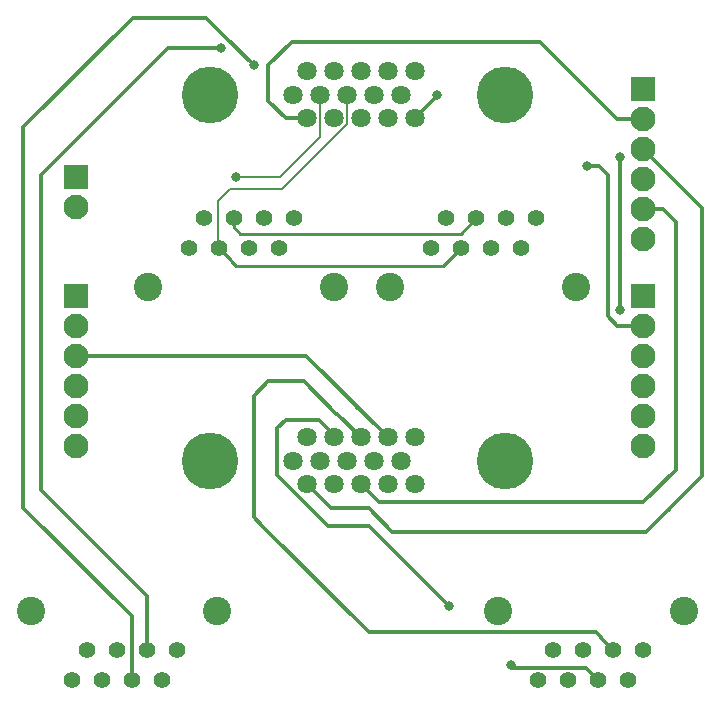
<source format=gbr>
%TF.GenerationSoftware,KiCad,Pcbnew,(5.1.7)-1*%
%TF.CreationDate,2021-02-10T20:21:02+01:00*%
%TF.ProjectId,ad57_adapter,61643537-5f61-4646-9170-7465722e6b69,rev?*%
%TF.SameCoordinates,Original*%
%TF.FileFunction,Copper,L4,Bot*%
%TF.FilePolarity,Positive*%
%FSLAX46Y46*%
G04 Gerber Fmt 4.6, Leading zero omitted, Abs format (unit mm)*
G04 Created by KiCad (PCBNEW (5.1.7)-1) date 2021-02-10 20:21:02*
%MOMM*%
%LPD*%
G01*
G04 APERTURE LIST*
%TA.AperFunction,ComponentPad*%
%ADD10R,2.100000X2.100000*%
%TD*%
%TA.AperFunction,ComponentPad*%
%ADD11C,2.100000*%
%TD*%
%TA.AperFunction,ComponentPad*%
%ADD12C,4.801000*%
%TD*%
%TA.AperFunction,ComponentPad*%
%ADD13C,1.638000*%
%TD*%
%TA.AperFunction,ComponentPad*%
%ADD14C,2.400000*%
%TD*%
%TA.AperFunction,ComponentPad*%
%ADD15C,1.400000*%
%TD*%
%TA.AperFunction,ViaPad*%
%ADD16C,0.800000*%
%TD*%
%TA.AperFunction,Conductor*%
%ADD17C,0.300000*%
%TD*%
%TA.AperFunction,Conductor*%
%ADD18C,0.250000*%
%TD*%
%TA.AperFunction,Conductor*%
%ADD19C,0.200000*%
%TD*%
G04 APERTURE END LIST*
D10*
%TO.P,J1,1*%
%TO.N,VIN*%
X130500000Y-78000000D03*
D11*
%TO.P,J1,2*%
%TO.N,GND*%
X130500000Y-80540000D03*
%TD*%
D10*
%TO.P,J3,1*%
%TO.N,VIN*%
X178500000Y-70500000D03*
D11*
%TO.P,J3,2*%
%TO.N,USENS1*%
X178500000Y-73040000D03*
%TO.P,J3,3*%
%TO.N,USENS2*%
X178500000Y-75580000D03*
%TO.P,J3,4*%
%TO.N,DIN1*%
X178500000Y-78120000D03*
%TO.P,J3,5*%
%TO.N,DIN2*%
X178500000Y-80660000D03*
%TO.P,J3,6*%
%TO.N,GND*%
X178500000Y-83200000D03*
%TD*%
%TO.P,J4,6*%
%TO.N,GND*%
X178500000Y-100700000D03*
%TO.P,J4,5*%
%TO.N,DOUT4*%
X178500000Y-98160000D03*
%TO.P,J4,4*%
%TO.N,DOUT3*%
X178500000Y-95620000D03*
%TO.P,J4,3*%
%TO.N,DOUT2*%
X178500000Y-93080000D03*
%TO.P,J4,2*%
%TO.N,DOUT1*%
X178500000Y-90540000D03*
D10*
%TO.P,J4,1*%
%TO.N,VIN*%
X178500000Y-88000000D03*
%TD*%
D12*
%TO.P,J5,MH2*%
%TO.N,GND*%
X166815000Y-101981000D03*
%TO.P,J5,MH1*%
X141821000Y-101981000D03*
D13*
%TO.P,J5,15*%
%TO.N,BZZOUT2*%
X159144000Y-103962000D03*
%TO.P,J5,14*%
%TO.N,GND*%
X156858000Y-103962000D03*
%TO.P,J5,13*%
%TO.N,DIN2*%
X154572000Y-103962000D03*
%TO.P,J5,12*%
%TO.N,Net-(J5-Pad12)*%
X152286000Y-103962000D03*
%TO.P,J5,11*%
%TO.N,USENS2*%
X150000000Y-103962000D03*
%TO.P,J5,10*%
%TO.N,DOUT4*%
X158001000Y-101981000D03*
%TO.P,J5,9*%
%TO.N,DOUT3*%
X155715000Y-101981000D03*
%TO.P,J5,8*%
%TO.N,Net-(J5-Pad8)*%
X153429000Y-101981000D03*
%TO.P,J5,7*%
%TO.N,Net-(J5-Pad7)*%
X151143000Y-101981000D03*
%TO.P,J5,6*%
%TO.N,VIN*%
X148857000Y-101981000D03*
%TO.P,J5,5*%
%TO.N,GND*%
X159144000Y-100000000D03*
%TO.P,J5,4*%
%TO.N,EN2*%
X156858000Y-100000000D03*
%TO.P,J5,3*%
%TO.N,TXD2*%
X154572000Y-100000000D03*
%TO.P,J5,2*%
%TO.N,RXD2*%
X152286000Y-100000000D03*
%TO.P,J5,1*%
%TO.N,VIN*%
X150000000Y-100000000D03*
%TD*%
%TO.P,J6,1*%
%TO.N,VIN*%
X150000000Y-69000000D03*
%TO.P,J6,2*%
%TO.N,RXD1*%
X152286000Y-69000000D03*
%TO.P,J6,3*%
%TO.N,TXD1*%
X154572000Y-69000000D03*
%TO.P,J6,4*%
%TO.N,EN1*%
X156858000Y-69000000D03*
%TO.P,J6,5*%
%TO.N,GND*%
X159144000Y-69000000D03*
%TO.P,J6,6*%
%TO.N,VIN*%
X148857000Y-70981000D03*
%TO.P,J6,7*%
%TO.N,CANLO*%
X151143000Y-70981000D03*
%TO.P,J6,8*%
%TO.N,CANHI*%
X153429000Y-70981000D03*
%TO.P,J6,9*%
%TO.N,DOUT1*%
X155715000Y-70981000D03*
%TO.P,J6,10*%
%TO.N,DOUT2*%
X158001000Y-70981000D03*
%TO.P,J6,11*%
%TO.N,USENS1*%
X150000000Y-72962000D03*
%TO.P,J6,12*%
%TO.N,CANTERM*%
X152286000Y-72962000D03*
%TO.P,J6,13*%
%TO.N,DIN1*%
X154572000Y-72962000D03*
%TO.P,J6,14*%
%TO.N,GND*%
X156858000Y-72962000D03*
%TO.P,J6,15*%
%TO.N,BZZOUT1*%
X159144000Y-72962000D03*
D12*
%TO.P,J6,MH1*%
%TO.N,GND*%
X141821000Y-70981000D03*
%TO.P,J6,MH2*%
X166815000Y-70981000D03*
%TD*%
D14*
%TO.P,J7,MH2*%
%TO.N,GND*%
X126680000Y-114700000D03*
%TO.P,J7,MH1*%
X142430000Y-114700000D03*
D15*
%TO.P,J7,8*%
%TO.N,VIN*%
X130110000Y-120540000D03*
%TO.P,J7,7*%
X131380000Y-118000000D03*
%TO.P,J7,6*%
%TO.N,Net-(J7-Pad6)*%
X132650000Y-120540000D03*
%TO.P,J7,5*%
%TO.N,Net-(J7-Pad5)*%
X133920000Y-118000000D03*
%TO.P,J7,4*%
%TO.N,RXD1*%
X135190000Y-120540000D03*
%TO.P,J7,3*%
%TO.N,TXD1*%
X136460000Y-118000000D03*
%TO.P,J7,2*%
%TO.N,GND*%
X137730000Y-120540000D03*
%TO.P,J7,1*%
X139000000Y-118000000D03*
%TD*%
D10*
%TO.P,J8,1*%
%TO.N,VIN*%
X130500000Y-88000000D03*
D11*
%TO.P,J8,2*%
%TO.N,EN1*%
X130500000Y-90540000D03*
%TO.P,J8,3*%
%TO.N,EN2*%
X130500000Y-93080000D03*
%TO.P,J8,4*%
%TO.N,BZZOUT1*%
X130500000Y-95620000D03*
%TO.P,J8,5*%
%TO.N,BZZOUT2*%
X130500000Y-98160000D03*
%TO.P,J8,6*%
%TO.N,GND*%
X130500000Y-100700000D03*
%TD*%
D14*
%TO.P,J9,MH2*%
%TO.N,GND*%
X152320000Y-87300000D03*
%TO.P,J9,MH1*%
X136570000Y-87300000D03*
D15*
%TO.P,J9,8*%
%TO.N,VIN*%
X148890000Y-81460000D03*
%TO.P,J9,7*%
X147620000Y-84000000D03*
%TO.P,J9,6*%
%TO.N,Net-(J9-Pad6)*%
X146350000Y-81460000D03*
%TO.P,J9,5*%
%TO.N,GND*%
X145080000Y-84000000D03*
%TO.P,J9,4*%
%TO.N,CANLO*%
X143810000Y-81460000D03*
%TO.P,J9,3*%
%TO.N,CANHI*%
X142540000Y-84000000D03*
%TO.P,J9,2*%
%TO.N,GND*%
X141270000Y-81460000D03*
%TO.P,J9,1*%
X140000000Y-84000000D03*
%TD*%
%TO.P,J10,1*%
%TO.N,GND*%
X178500000Y-118000000D03*
%TO.P,J10,2*%
X177230000Y-120540000D03*
%TO.P,J10,3*%
%TO.N,TXD2*%
X175960000Y-118000000D03*
%TO.P,J10,4*%
%TO.N,RXD2*%
X174690000Y-120540000D03*
%TO.P,J10,5*%
%TO.N,Net-(J10-Pad5)*%
X173420000Y-118000000D03*
%TO.P,J10,6*%
%TO.N,Net-(J10-Pad6)*%
X172150000Y-120540000D03*
%TO.P,J10,7*%
%TO.N,VIN*%
X170880000Y-118000000D03*
%TO.P,J10,8*%
X169610000Y-120540000D03*
D14*
%TO.P,J10,MH1*%
%TO.N,GND*%
X181930000Y-114700000D03*
%TO.P,J10,MH2*%
X166180000Y-114700000D03*
%TD*%
D15*
%TO.P,J11,1*%
%TO.N,GND*%
X160500000Y-84000000D03*
%TO.P,J11,2*%
X161770000Y-81460000D03*
%TO.P,J11,3*%
%TO.N,CANHI*%
X163040000Y-84000000D03*
%TO.P,J11,4*%
%TO.N,CANLO*%
X164310000Y-81460000D03*
%TO.P,J11,5*%
%TO.N,GND*%
X165580000Y-84000000D03*
%TO.P,J11,6*%
%TO.N,Net-(J11-Pad6)*%
X166850000Y-81460000D03*
%TO.P,J11,7*%
%TO.N,VIN*%
X168120000Y-84000000D03*
%TO.P,J11,8*%
X169390000Y-81460000D03*
D14*
%TO.P,J11,MH1*%
%TO.N,GND*%
X157070000Y-87300000D03*
%TO.P,J11,MH2*%
X172820000Y-87300000D03*
%TD*%
D16*
%TO.N,DOUT2*%
X176500000Y-89250000D03*
X176500000Y-76250000D03*
%TO.N,DOUT1*%
X173750000Y-77000000D03*
%TO.N,RXD2*%
X162000000Y-114250000D03*
X167250000Y-119250000D03*
%TO.N,RXD1*%
X145500000Y-68500000D03*
%TO.N,TXD1*%
X142750000Y-67000000D03*
%TO.N,CANLO*%
X144000000Y-78000000D03*
%TO.N,BZZOUT1*%
X161000000Y-71000000D03*
%TD*%
D17*
%TO.N,USENS1*%
X150000000Y-72962000D02*
X148212000Y-72962000D01*
X148212000Y-72962000D02*
X146750000Y-71500000D01*
X146750000Y-71500000D02*
X146750000Y-68500000D01*
X146750000Y-68500000D02*
X148750000Y-66500000D01*
X148750000Y-66500000D02*
X169750000Y-66500000D01*
X176290000Y-73040000D02*
X178500000Y-73040000D01*
X169750000Y-66500000D02*
X176290000Y-73040000D01*
%TO.N,USENS2*%
X183500000Y-80580000D02*
X178500000Y-75580000D01*
X183500000Y-103250000D02*
X183500000Y-80580000D01*
X155250010Y-106000010D02*
X157250000Y-108000000D01*
X152038010Y-106000010D02*
X155250010Y-106000010D01*
X150000000Y-103962000D02*
X152038010Y-106000010D01*
X178750000Y-108000000D02*
X180750000Y-106000000D01*
X157250000Y-108000000D02*
X178750000Y-108000000D01*
X180750000Y-106000000D02*
X183500000Y-103250000D01*
X180624990Y-106125010D02*
X180750000Y-106000000D01*
%TO.N,DIN2*%
X180160000Y-80660000D02*
X178500000Y-80660000D01*
X181250000Y-81750000D02*
X180160000Y-80660000D01*
X181250000Y-102750000D02*
X181250000Y-81750000D01*
X178500000Y-105500000D02*
X181250000Y-102750000D01*
X156110000Y-105500000D02*
X178500000Y-105500000D01*
X154572000Y-103962000D02*
X156110000Y-105500000D01*
%TO.N,DOUT2*%
X176500000Y-77500000D02*
X176500000Y-89250000D01*
X176500000Y-76250000D02*
X176500000Y-77500000D01*
%TO.N,DOUT1*%
X173750000Y-77000000D02*
X174750000Y-77000000D01*
X174750000Y-77000000D02*
X175500000Y-77750000D01*
X175500000Y-77750000D02*
X175500000Y-89750000D01*
X176290000Y-90540000D02*
X178500000Y-90540000D01*
X175500000Y-89750000D02*
X176290000Y-90540000D01*
%TO.N,EN2*%
X154357990Y-97499990D02*
X154249990Y-97499990D01*
X149938000Y-93080000D02*
X156858000Y-100000000D01*
X130500000Y-93080000D02*
X149938000Y-93080000D01*
%TO.N,TXD2*%
X174909999Y-116949999D02*
X175960000Y-118000000D01*
X174909999Y-116909999D02*
X174909999Y-116949999D01*
X174500000Y-116500000D02*
X174909999Y-116909999D01*
X155250000Y-116500000D02*
X174500000Y-116500000D01*
X146250000Y-107500000D02*
X155250000Y-116500000D01*
X154572000Y-100000000D02*
X152572000Y-98000000D01*
X152572000Y-98000000D02*
X152500000Y-98000000D01*
X152500000Y-98000000D02*
X149750000Y-95250000D01*
X149750000Y-95250000D02*
X146750000Y-95250000D01*
X146750000Y-95250000D02*
X145500000Y-96500000D01*
X145500000Y-106750000D02*
X146250000Y-107500000D01*
X145500000Y-96500000D02*
X145500000Y-106750000D01*
%TO.N,RXD2*%
X152286000Y-100000000D02*
X152286000Y-99786000D01*
X151000000Y-98500000D02*
X148250000Y-98500000D01*
X152286000Y-99786000D02*
X151000000Y-98500000D01*
X173639999Y-119489999D02*
X173510001Y-119489999D01*
X174690000Y-120540000D02*
X173639999Y-119489999D01*
X148250000Y-98500000D02*
X147500000Y-99250000D01*
X147500000Y-103192122D02*
X151807878Y-107500000D01*
X147500000Y-99250000D02*
X147500000Y-103192122D01*
X155250000Y-107500000D02*
X162000000Y-114250000D01*
X151807878Y-107500000D02*
X155250000Y-107500000D01*
X167489999Y-119489999D02*
X167250000Y-119250000D01*
X173639999Y-119489999D02*
X167489999Y-119489999D01*
%TO.N,RXD1*%
X143000000Y-66000000D02*
X145500000Y-68500000D01*
X141500000Y-64500000D02*
X143000000Y-66000000D01*
X135250000Y-64500000D02*
X141500000Y-64500000D01*
X126000000Y-73750000D02*
X135250000Y-64500000D01*
X126000000Y-105946198D02*
X126000000Y-73750000D01*
X135190000Y-115136198D02*
X126000000Y-105946198D01*
X135190000Y-120540000D02*
X135190000Y-115136198D01*
%TO.N,TXD1*%
X136460000Y-118000000D02*
X136460000Y-113460000D01*
X136460000Y-113460000D02*
X127500000Y-104500000D01*
X127500000Y-104500000D02*
X127500000Y-77750000D01*
X138250000Y-67000000D02*
X142750000Y-67000000D01*
X127500000Y-77750000D02*
X138250000Y-67000000D01*
D18*
%TO.N,CANLO*%
X143810000Y-82197000D02*
X144363000Y-82750000D01*
X143810000Y-81460000D02*
X143810000Y-82197000D01*
X163020000Y-82750000D02*
X164310000Y-81460000D01*
X144363000Y-82750000D02*
X163020000Y-82750000D01*
D19*
X151143000Y-70981000D02*
X151143000Y-74607000D01*
X147750000Y-78000000D02*
X144000000Y-78000000D01*
X151143000Y-74607000D02*
X147750000Y-78000000D01*
D18*
%TO.N,CANHI*%
X143565001Y-85025001D02*
X143565001Y-85065001D01*
X142540000Y-84000000D02*
X143565001Y-85025001D01*
X143565001Y-85065001D02*
X144000000Y-85500000D01*
X161540000Y-85500000D02*
X163040000Y-84000000D01*
X144000000Y-85500000D02*
X161540000Y-85500000D01*
D19*
X142500000Y-83960000D02*
X142540000Y-84000000D01*
X142500000Y-80000000D02*
X142500000Y-83960000D01*
X143500000Y-79000000D02*
X142500000Y-80000000D01*
X147904122Y-79000000D02*
X143500000Y-79000000D01*
X153429000Y-73475122D02*
X147904122Y-79000000D01*
X153429000Y-70981000D02*
X153429000Y-73475122D01*
D17*
%TO.N,BZZOUT1*%
X161000000Y-71106000D02*
X159144000Y-72962000D01*
X161000000Y-71000000D02*
X161000000Y-71106000D01*
%TD*%
M02*

</source>
